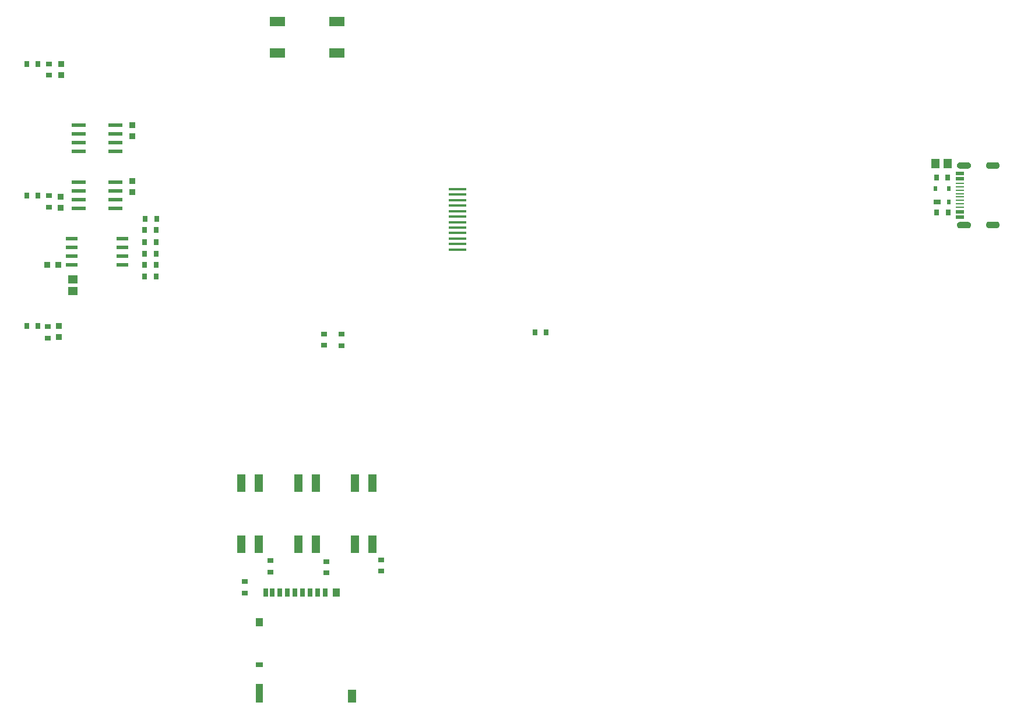
<source format=gtp>
G04*
G04 #@! TF.GenerationSoftware,Altium Limited,Altium Designer,23.0.1 (38)*
G04*
G04 Layer_Color=12040119*
%FSLAX25Y25*%
%MOIN*%
G70*
G04*
G04 #@! TF.SameCoordinates,A82DE2A9-68C3-4950-AE13-74F95629AD28*
G04*
G04*
G04 #@! TF.FilePolarity,Positive*
G04*
G01*
G75*
%ADD22R,0.04528X0.02264*%
%ADD23R,0.04528X0.01083*%
%ADD24R,0.07087X0.02362*%
%ADD25R,0.02756X0.03347*%
%ADD26R,0.10000X0.01378*%
%ADD27R,0.04921X0.05512*%
%ADD28R,0.04331X0.03150*%
%ADD29R,0.02362X0.02756*%
%ADD30R,0.03937X0.11024*%
%ADD31R,0.05118X0.07480*%
%ADD32R,0.03937X0.04724*%
%ADD33R,0.03937X0.03150*%
%ADD34R,0.02756X0.04724*%
%ADD35R,0.03347X0.02756*%
%ADD36R,0.08071X0.02362*%
%ADD37R,0.03543X0.03740*%
%ADD38R,0.08500X0.05500*%
%ADD39R,0.05000X0.10000*%
%ADD40R,0.05512X0.04921*%
%ADD41R,0.03740X0.03543*%
G36*
X375800Y-19000D02*
X373900Y-19000D01*
X373502Y-19000D01*
X372767Y-18696D01*
X372204Y-18133D01*
X371900Y-17398D01*
X371900Y-17000D01*
X371900Y-16622D01*
X372189Y-15924D01*
X372724Y-15389D01*
X373422Y-15100D01*
X373800D01*
X375800Y-15100D01*
X377800Y-15100D01*
X378178Y-15100D01*
X378876Y-15389D01*
X379411Y-15924D01*
X379650Y-16501D01*
X379650Y-17519D01*
X379396Y-18133D01*
X378833Y-18696D01*
X378098Y-19000D01*
X377700D01*
X375800D01*
D02*
G37*
G36*
X392250Y-18950D02*
X390350Y-18950D01*
X389952Y-18950D01*
X389217Y-18645D01*
X388654Y-18083D01*
X388350Y-17348D01*
X388350Y-16950D01*
X388350Y-16572D01*
X388639Y-15874D01*
X389174Y-15339D01*
X389872Y-15050D01*
X390250Y-15050D01*
D01*
X392250Y-15050D01*
X394250Y-15050D01*
X394628Y-15050D01*
X395326Y-15339D01*
X395861Y-15874D01*
X396150Y-16572D01*
X396150Y-16950D01*
X396150Y-17348D01*
X395846Y-18083D01*
X395283Y-18645D01*
X394548Y-18950D01*
X394150D01*
D01*
X392250Y-18950D01*
D01*
D02*
G37*
G36*
X375750Y15050D02*
X373850Y15050D01*
X373452D01*
X372717Y15355D01*
X372154Y15917D01*
X371850Y16652D01*
X371850Y17050D01*
X371850Y17428D01*
X372139Y18126D01*
X372674Y18661D01*
X373372Y18950D01*
X373750Y18950D01*
D01*
X375750Y18950D01*
X377750Y18950D01*
X378128Y18950D01*
X378826Y18661D01*
X379361Y18126D01*
X379650Y17428D01*
X379650Y17050D01*
X379650Y16652D01*
X379345Y15917D01*
X378783Y15355D01*
X378048Y15050D01*
X377650D01*
D01*
X375750Y15050D01*
D01*
D02*
G37*
G36*
X392250Y15050D02*
X390350D01*
X389952Y15050D01*
X389217Y15355D01*
X388654Y15917D01*
X388350Y16652D01*
X388350Y17050D01*
X388350Y17428D01*
X388639Y18126D01*
X389174Y18661D01*
X389872Y18950D01*
X390250Y18950D01*
D01*
X392250D01*
X394250Y18950D01*
X394628Y18950D01*
X395326Y18661D01*
X395861Y18126D01*
X396150Y17428D01*
X396150Y17050D01*
X396150Y16652D01*
X395846Y15917D01*
X395283Y15355D01*
X394548Y15050D01*
X394150Y15050D01*
D01*
X392250Y15050D01*
D01*
D02*
G37*
D22*
X373543Y-12598D02*
D03*
X373543Y-9449D02*
D03*
Y9449D02*
D03*
X373543Y12598D02*
D03*
D23*
X373543Y-6890D02*
D03*
Y-4921D02*
D03*
X373543Y-2953D02*
D03*
X373543Y-984D02*
D03*
X373543Y984D02*
D03*
X373543Y2953D02*
D03*
X373543Y4921D02*
D03*
X373543Y6890D02*
D03*
D24*
X-134567Y-25000D02*
D03*
Y-30000D02*
D03*
Y-35000D02*
D03*
Y-40000D02*
D03*
X-105433Y-25000D02*
D03*
Y-30000D02*
D03*
Y-35000D02*
D03*
Y-40000D02*
D03*
D25*
X136848Y-78600D02*
D03*
X130352D02*
D03*
X360152Y-9700D02*
D03*
X366648D02*
D03*
X359952Y10000D02*
D03*
X366448D02*
D03*
X-153752Y-75000D02*
D03*
X-160248D02*
D03*
X-153752Y75000D02*
D03*
X-160248D02*
D03*
X-92748Y-40000D02*
D03*
X-86252D02*
D03*
X-92748Y-33500D02*
D03*
X-86252D02*
D03*
X-92748Y-27000D02*
D03*
X-86252D02*
D03*
X-92748Y-20000D02*
D03*
X-86252D02*
D03*
X-92500Y-13500D02*
D03*
X-86004D02*
D03*
X-92748Y-46500D02*
D03*
X-86252D02*
D03*
X-153752Y-300D02*
D03*
X-160248D02*
D03*
D26*
X86000Y-21674D02*
D03*
Y-24824D02*
D03*
Y-27973D02*
D03*
Y3523D02*
D03*
Y373D02*
D03*
Y-2776D02*
D03*
Y-5926D02*
D03*
Y-9076D02*
D03*
Y-12225D02*
D03*
Y-15375D02*
D03*
Y-18524D02*
D03*
Y-31123D02*
D03*
D27*
X366445Y18200D02*
D03*
X359555D02*
D03*
D28*
X360300Y-3680D02*
D03*
D29*
X367000D02*
D03*
Y3800D02*
D03*
X359513D02*
D03*
D30*
X-27303Y-285177D02*
D03*
D31*
X25846Y-286949D02*
D03*
D32*
X-27303Y-244429D02*
D03*
X16594Y-227500D02*
D03*
D33*
X-27303Y-268839D02*
D03*
D34*
X-19823Y-227500D02*
D03*
X-15492Y-227500D02*
D03*
X-11161D02*
D03*
X-6831D02*
D03*
X-2500Y-227500D02*
D03*
X1831Y-227500D02*
D03*
X6161Y-227500D02*
D03*
X10492D02*
D03*
X-23563D02*
D03*
D35*
X9800Y-79504D02*
D03*
Y-86000D02*
D03*
X-148100Y-75252D02*
D03*
Y-81748D02*
D03*
X42500Y-215248D02*
D03*
Y-208752D02*
D03*
X11000Y-216248D02*
D03*
Y-209752D02*
D03*
X-21000Y-215748D02*
D03*
Y-209252D02*
D03*
X-35500Y-227748D02*
D03*
Y-221252D02*
D03*
X-147500Y75248D02*
D03*
Y68752D02*
D03*
Y-252D02*
D03*
Y-6748D02*
D03*
X19800Y-86048D02*
D03*
Y-79552D02*
D03*
D36*
X-109468Y30000D02*
D03*
Y35000D02*
D03*
X-130531D02*
D03*
X-109468Y40000D02*
D03*
X-130531Y25000D02*
D03*
Y30000D02*
D03*
Y40000D02*
D03*
X-109468Y25000D02*
D03*
Y-2500D02*
D03*
Y2500D02*
D03*
X-130531D02*
D03*
X-109468Y7500D02*
D03*
X-130531Y-7500D02*
D03*
Y-2500D02*
D03*
Y7500D02*
D03*
X-109468Y-7500D02*
D03*
D37*
X-100000Y8051D02*
D03*
Y1949D02*
D03*
X-142000Y-74949D02*
D03*
Y-81051D02*
D03*
X-100000Y40051D02*
D03*
Y33949D02*
D03*
X-140500Y75051D02*
D03*
Y68949D02*
D03*
X-141000Y-949D02*
D03*
Y-7051D02*
D03*
D38*
X17000Y99400D02*
D03*
X-17000D02*
D03*
X17000Y81600D02*
D03*
X-17000D02*
D03*
D39*
X37500Y-200000D02*
D03*
Y-165000D02*
D03*
X27500Y-200000D02*
D03*
Y-165000D02*
D03*
X-5000D02*
D03*
Y-200000D02*
D03*
X5000Y-165000D02*
D03*
Y-200000D02*
D03*
X-27500D02*
D03*
Y-165000D02*
D03*
X-37500Y-200000D02*
D03*
Y-165000D02*
D03*
D40*
X-134000Y-48110D02*
D03*
Y-55000D02*
D03*
D41*
X-142398Y-40000D02*
D03*
X-148500D02*
D03*
M02*

</source>
